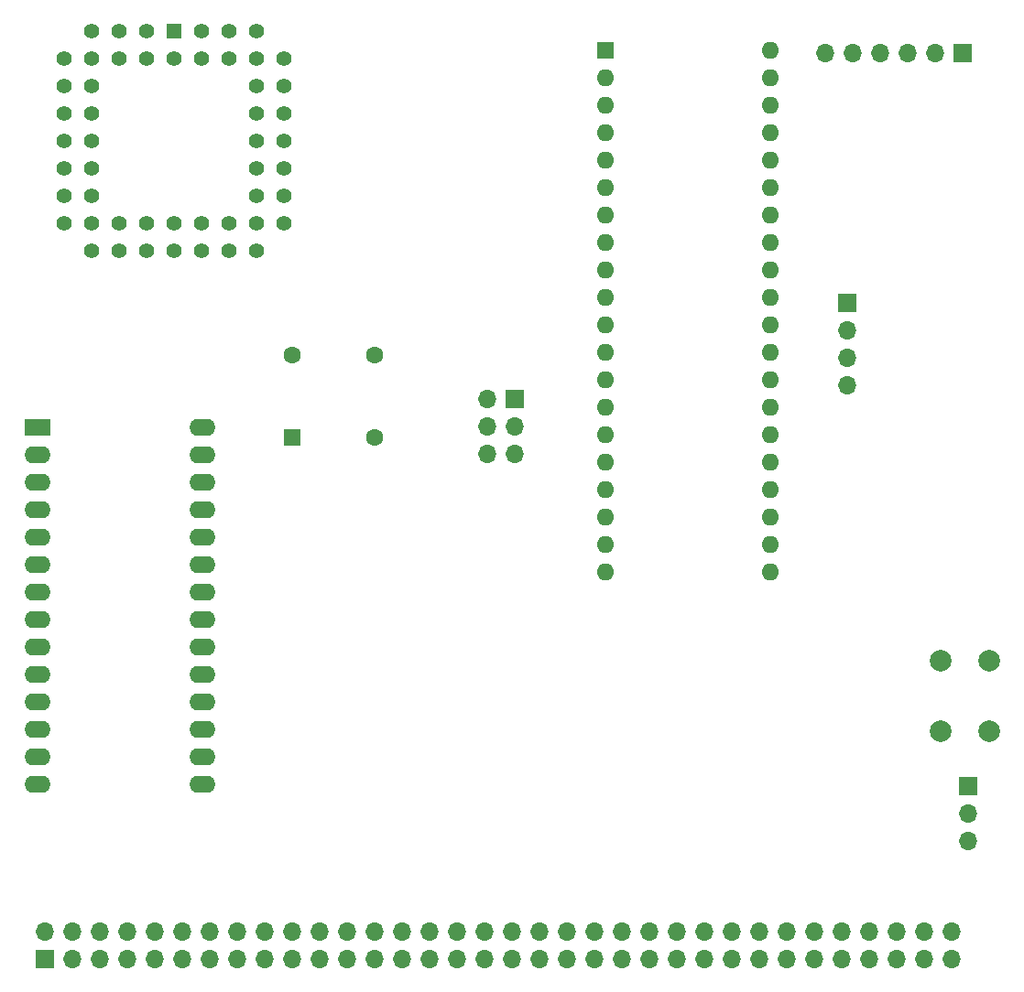
<source format=gbr>
%TF.GenerationSoftware,KiCad,Pcbnew,(6.0.2)*%
%TF.CreationDate,2022-09-05T19:25:54-07:00*%
%TF.ProjectId,Steve 68k,53746576-6520-4363-986b-2e6b69636164,rev?*%
%TF.SameCoordinates,Original*%
%TF.FileFunction,Soldermask,Bot*%
%TF.FilePolarity,Negative*%
%FSLAX46Y46*%
G04 Gerber Fmt 4.6, Leading zero omitted, Abs format (unit mm)*
G04 Created by KiCad (PCBNEW (6.0.2)) date 2022-09-05 19:25:54*
%MOMM*%
%LPD*%
G01*
G04 APERTURE LIST*
%ADD10R,1.600000X1.600000*%
%ADD11C,1.600000*%
%ADD12O,1.600000X1.600000*%
%ADD13C,2.000000*%
%ADD14R,1.700000X1.700000*%
%ADD15O,1.700000X1.700000*%
%ADD16R,1.422400X1.422400*%
%ADD17C,1.422400*%
%ADD18R,2.400000X1.600000*%
%ADD19O,2.400000X1.600000*%
G04 APERTURE END LIST*
D10*
%TO.C,X1*%
X94996000Y-79502000D03*
D11*
X102616000Y-79502000D03*
X102616000Y-71882000D03*
X94996000Y-71882000D03*
%TD*%
D12*
%TO.C,U7*%
X139187000Y-43688000D03*
X139187000Y-46228000D03*
X139187000Y-48768000D03*
X139187000Y-51308000D03*
X139187000Y-53848000D03*
X139187000Y-56388000D03*
X139187000Y-58928000D03*
X139187000Y-61468000D03*
X139187000Y-64008000D03*
X139187000Y-66548000D03*
X139187000Y-69088000D03*
X139187000Y-71628000D03*
X139187000Y-74168000D03*
X139187000Y-76708000D03*
X139187000Y-79248000D03*
X139187000Y-81788000D03*
X139187000Y-84328000D03*
X139187000Y-86868000D03*
X139187000Y-89408000D03*
X139187000Y-91948000D03*
X123947000Y-91948000D03*
X123947000Y-89408000D03*
X123947000Y-86868000D03*
X123947000Y-84328000D03*
X123947000Y-81788000D03*
X123947000Y-79248000D03*
X123947000Y-76708000D03*
X123947000Y-74168000D03*
X123947000Y-71628000D03*
X123947000Y-69088000D03*
X123947000Y-66548000D03*
X123947000Y-64008000D03*
X123947000Y-61468000D03*
X123947000Y-58928000D03*
X123947000Y-56388000D03*
X123947000Y-53848000D03*
X123947000Y-51308000D03*
X123947000Y-48768000D03*
X123947000Y-46228000D03*
D10*
X123947000Y-43688000D03*
%TD*%
D13*
%TO.C,SW1*%
X154940000Y-100180000D03*
X154940000Y-106680000D03*
X159440000Y-100180000D03*
X159440000Y-106680000D03*
%TD*%
D14*
%TO.C,J5*%
X156972000Y-43942000D03*
D15*
X154432000Y-43942000D03*
X151892000Y-43942000D03*
X149352000Y-43942000D03*
X146812000Y-43942000D03*
X144272000Y-43942000D03*
%TD*%
D14*
%TO.C,J4*%
X115590000Y-75961000D03*
D15*
X113050000Y-75961000D03*
X115590000Y-78501000D03*
X113050000Y-78501000D03*
X115590000Y-81041000D03*
X113050000Y-81041000D03*
%TD*%
D14*
%TO.C,J3*%
X72146000Y-127767000D03*
D15*
X72146000Y-125227000D03*
X74686000Y-127767000D03*
X74686000Y-125227000D03*
X77226000Y-127767000D03*
X77226000Y-125227000D03*
X79766000Y-127767000D03*
X79766000Y-125227000D03*
X82306000Y-127767000D03*
X82306000Y-125227000D03*
X84846000Y-127767000D03*
X84846000Y-125227000D03*
X87386000Y-127767000D03*
X87386000Y-125227000D03*
X89926000Y-127767000D03*
X89926000Y-125227000D03*
X92466000Y-127767000D03*
X92466000Y-125227000D03*
X95006000Y-127767000D03*
X95006000Y-125227000D03*
X97546000Y-127767000D03*
X97546000Y-125227000D03*
X100086000Y-127767000D03*
X100086000Y-125227000D03*
X102626000Y-127767000D03*
X102626000Y-125227000D03*
X105166000Y-127767000D03*
X105166000Y-125227000D03*
X107706000Y-127767000D03*
X107706000Y-125227000D03*
X110246000Y-127767000D03*
X110246000Y-125227000D03*
X112786000Y-127767000D03*
X112786000Y-125227000D03*
X115326000Y-127767000D03*
X115326000Y-125227000D03*
X117866000Y-127767000D03*
X117866000Y-125227000D03*
X120406000Y-127767000D03*
X120406000Y-125227000D03*
X122946000Y-127767000D03*
X122946000Y-125227000D03*
X125486000Y-127767000D03*
X125486000Y-125227000D03*
X128026000Y-127767000D03*
X128026000Y-125227000D03*
X130566000Y-127767000D03*
X130566000Y-125227000D03*
X133106000Y-127767000D03*
X133106000Y-125227000D03*
X135646000Y-127767000D03*
X135646000Y-125227000D03*
X138186000Y-127767000D03*
X138186000Y-125227000D03*
X140726000Y-127767000D03*
X140726000Y-125227000D03*
X143266000Y-127767000D03*
X143266000Y-125227000D03*
X145806000Y-127767000D03*
X145806000Y-125227000D03*
X148346000Y-127767000D03*
X148346000Y-125227000D03*
X150886000Y-127767000D03*
X150886000Y-125227000D03*
X153426000Y-127767000D03*
X153426000Y-125227000D03*
X155966000Y-127767000D03*
X155966000Y-125227000D03*
%TD*%
%TO.C,J2*%
X146329000Y-74686000D03*
X146329000Y-72146000D03*
X146329000Y-69606000D03*
D14*
X146329000Y-67066000D03*
%TD*%
D15*
%TO.C,J1*%
X157480000Y-116840000D03*
X157480000Y-114300000D03*
D14*
X157480000Y-111760000D03*
%TD*%
D16*
%TO.C,IC1*%
X84074000Y-41910000D03*
D17*
X84074000Y-44450000D03*
X81534000Y-41910000D03*
X81534000Y-44450000D03*
X78994000Y-41910000D03*
X78994000Y-44450000D03*
X76454000Y-41910000D03*
X73914000Y-44450000D03*
X76454000Y-44450000D03*
X73914000Y-46990000D03*
X76454000Y-46990000D03*
X73914000Y-49530000D03*
X76454000Y-49530000D03*
X73914000Y-52070000D03*
X76454000Y-52070000D03*
X73914000Y-54610000D03*
X76454000Y-54610000D03*
X73914000Y-57150000D03*
X76454000Y-57150000D03*
X73914000Y-59690000D03*
X76454000Y-62230000D03*
X76454000Y-59690000D03*
X78994000Y-62230000D03*
X78994000Y-59690000D03*
X81534000Y-62230000D03*
X81534000Y-59690000D03*
X84074000Y-62230000D03*
X84074000Y-59690000D03*
X86614000Y-62230000D03*
X86614000Y-59690000D03*
X89154000Y-62230000D03*
X89154000Y-59690000D03*
X91694000Y-62230000D03*
X94234000Y-59690000D03*
X91694000Y-59690000D03*
X94234000Y-57150000D03*
X91694000Y-57150000D03*
X94234000Y-54610000D03*
X91694000Y-54610000D03*
X94234000Y-52070000D03*
X91694000Y-52070000D03*
X94234000Y-49530000D03*
X91694000Y-49530000D03*
X94234000Y-46990000D03*
X91694000Y-46990000D03*
X94234000Y-44450000D03*
X91694000Y-41910000D03*
X91694000Y-44450000D03*
X89154000Y-41910000D03*
X89154000Y-44450000D03*
X86614000Y-41910000D03*
X86614000Y-44450000D03*
%TD*%
D18*
%TO.C,U6*%
X71475000Y-78572600D03*
D19*
X71475000Y-81112600D03*
X71475000Y-83652600D03*
X71475000Y-86192600D03*
X71475000Y-88732600D03*
X71475000Y-91272600D03*
X71475000Y-93812600D03*
X71475000Y-96352600D03*
X71475000Y-98892600D03*
X71475000Y-101432600D03*
X71475000Y-103972600D03*
X71475000Y-106512600D03*
X71475000Y-109052600D03*
X71475000Y-111592600D03*
X86715000Y-111592600D03*
X86715000Y-109052600D03*
X86715000Y-106512600D03*
X86715000Y-103972600D03*
X86715000Y-101432600D03*
X86715000Y-98892600D03*
X86715000Y-96352600D03*
X86715000Y-93812600D03*
X86715000Y-91272600D03*
X86715000Y-88732600D03*
X86715000Y-86192600D03*
X86715000Y-83652600D03*
X86715000Y-81112600D03*
X86715000Y-78572600D03*
%TD*%
M02*

</source>
